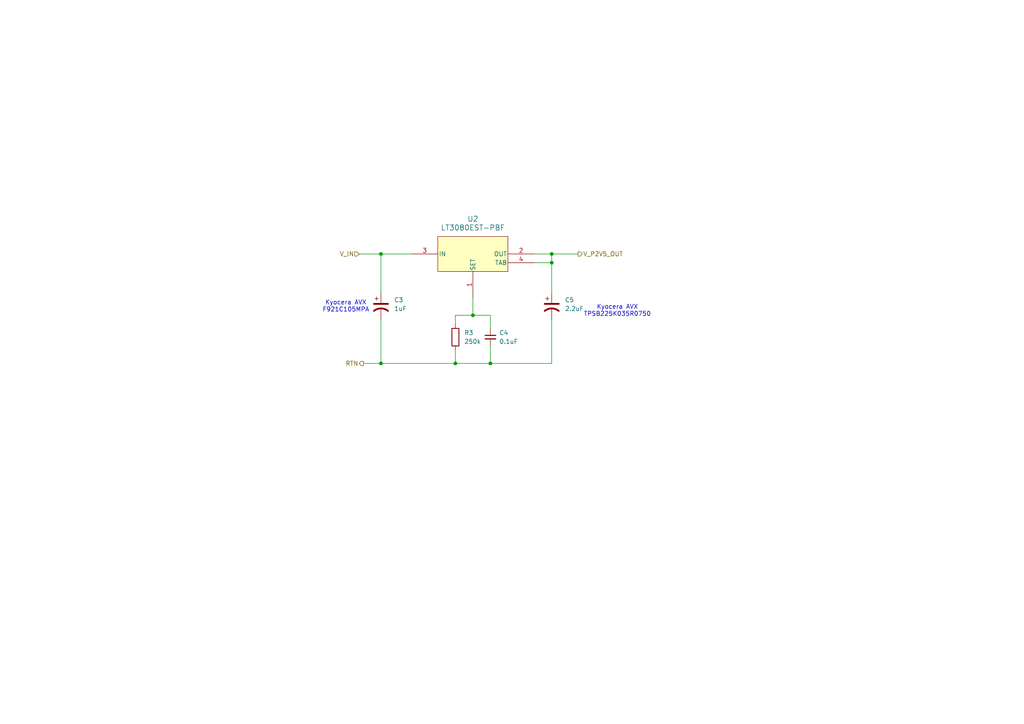
<source format=kicad_sch>
(kicad_sch
	(version 20250114)
	(generator "eeschema")
	(generator_version "9.0")
	(uuid "da2615fa-ae6e-4005-95ee-b3152ec58cb9")
	(paper "A4")
	(lib_symbols
		(symbol "Analog_Dev:LT3080EST-PBF"
			(pin_names
				(offset 0.254)
			)
			(exclude_from_sim no)
			(in_bom yes)
			(on_board yes)
			(property "Reference" "U"
				(at 10.16 16.51 0)
				(effects
					(font
						(size 1.524 1.524)
					)
				)
			)
			(property "Value" "LT3080EST-PBF"
				(at 10.16 13.97 0)
				(effects
					(font
						(size 1.524 1.524)
					)
				)
			)
			(property "Footprint" "SOT-3_ST_LIT"
				(at -14.224 13.208 0)
				(effects
					(font
						(size 1.27 1.27)
						(italic yes)
					)
					(hide yes)
				)
			)
			(property "Datasheet" "https://www.analog.com/media/en/technical-documentation/data-sheets/lt3080.pdf"
				(at -10.922 19.558 0)
				(effects
					(font
						(size 1.27 1.27)
						(italic yes)
					)
					(hide yes)
				)
			)
			(property "Description" "IC REG LIN POS ADJ 1.1A SOT223-3"
				(at -17.78 6.35 0)
				(effects
					(font
						(size 1.27 1.27)
					)
					(hide yes)
				)
			)
			(property "Manufacturer" "Analog Devices Inc."
				(at 0 0 0)
				(effects
					(font
						(size 1.27 1.27)
					)
					(hide yes)
				)
			)
			(property "Man. Part Num" "LT3080EST#PBF"
				(at 0 0 0)
				(effects
					(font
						(size 1.27 1.27)
					)
					(hide yes)
				)
			)
			(property "Distributor" "Digi-Key"
				(at 0 0 0)
				(effects
					(font
						(size 1.27 1.27)
					)
					(hide yes)
				)
			)
			(property "Dist. Part Num" "505-LT3080EST#PBF-ND"
				(at 0 0 0)
				(effects
					(font
						(size 1.27 1.27)
					)
					(hide yes)
				)
			)
			(property "Part Type" "SMD"
				(at 0 0 0)
				(effects
					(font
						(size 1.27 1.27)
					)
					(hide yes)
				)
			)
			(property "Package" "SOT223-3"
				(at 0 0 0)
				(effects
					(font
						(size 1.27 1.27)
					)
					(hide yes)
				)
			)
			(property "Notes" ""
				(at 0 0 0)
				(effects
					(font
						(size 1.27 1.27)
					)
					(hide yes)
				)
			)
			(property "ki_keywords" "LT3080EST#PBF"
				(at 0 0 0)
				(effects
					(font
						(size 1.27 1.27)
					)
					(hide yes)
				)
			)
			(property "ki_fp_filters" "SOT-3_ST_LIT SOT-3_ST_LIT-M SOT-3_ST_LIT-L"
				(at 0 0 0)
				(effects
					(font
						(size 1.27 1.27)
					)
					(hide yes)
				)
			)
			(symbol "LT3080EST-PBF_0_1"
				(pin power_in line
					(at -7.62 5.08 0)
					(length 7.62)
					(name "IN"
						(effects
							(font
								(size 1.27 1.27)
							)
						)
					)
					(number "3"
						(effects
							(font
								(size 1.27 1.27)
							)
						)
					)
				)
				(pin input line
					(at 10.16 -7.62 90)
					(length 7.62)
					(name "SET"
						(effects
							(font
								(size 1.27 1.27)
							)
						)
					)
					(number "1"
						(effects
							(font
								(size 1.27 1.27)
							)
						)
					)
				)
				(pin output line
					(at 27.94 5.08 180)
					(length 7.62)
					(name "OUT"
						(effects
							(font
								(size 1.27 1.27)
							)
						)
					)
					(number "2"
						(effects
							(font
								(size 1.27 1.27)
							)
						)
					)
				)
			)
			(symbol "LT3080EST-PBF_1_1"
				(rectangle
					(start 0 10.16)
					(end 20.32 0)
					(stroke
						(width 0)
						(type default)
					)
					(fill
						(type background)
					)
				)
				(pin output line
					(at 27.94 2.54 180)
					(length 7.62)
					(name "TAB"
						(effects
							(font
								(size 1.27 1.27)
							)
						)
					)
					(number "4"
						(effects
							(font
								(size 1.27 1.27)
							)
						)
					)
				)
			)
			(embedded_fonts no)
		)
		(symbol "Device:C_Polarized_US"
			(pin_numbers
				(hide yes)
			)
			(pin_names
				(offset 0.254)
				(hide yes)
			)
			(exclude_from_sim no)
			(in_bom yes)
			(on_board yes)
			(property "Reference" "C"
				(at 0.635 2.54 0)
				(effects
					(font
						(size 1.27 1.27)
					)
					(justify left)
				)
			)
			(property "Value" "C_Polarized_US"
				(at 0.635 -2.54 0)
				(effects
					(font
						(size 1.27 1.27)
					)
					(justify left)
				)
			)
			(property "Footprint" ""
				(at 0 0 0)
				(effects
					(font
						(size 1.27 1.27)
					)
					(hide yes)
				)
			)
			(property "Datasheet" "~"
				(at 0 0 0)
				(effects
					(font
						(size 1.27 1.27)
					)
					(hide yes)
				)
			)
			(property "Description" "Polarized capacitor, US symbol"
				(at 0 0 0)
				(effects
					(font
						(size 1.27 1.27)
					)
					(hide yes)
				)
			)
			(property "ki_keywords" "cap capacitor"
				(at 0 0 0)
				(effects
					(font
						(size 1.27 1.27)
					)
					(hide yes)
				)
			)
			(property "ki_fp_filters" "CP_*"
				(at 0 0 0)
				(effects
					(font
						(size 1.27 1.27)
					)
					(hide yes)
				)
			)
			(symbol "C_Polarized_US_0_1"
				(polyline
					(pts
						(xy -2.032 0.762) (xy 2.032 0.762)
					)
					(stroke
						(width 0.508)
						(type default)
					)
					(fill
						(type none)
					)
				)
				(polyline
					(pts
						(xy -1.778 2.286) (xy -0.762 2.286)
					)
					(stroke
						(width 0)
						(type default)
					)
					(fill
						(type none)
					)
				)
				(polyline
					(pts
						(xy -1.27 1.778) (xy -1.27 2.794)
					)
					(stroke
						(width 0)
						(type default)
					)
					(fill
						(type none)
					)
				)
				(arc
					(start -2.032 -1.27)
					(mid 0 -0.5572)
					(end 2.032 -1.27)
					(stroke
						(width 0.508)
						(type default)
					)
					(fill
						(type none)
					)
				)
			)
			(symbol "C_Polarized_US_1_1"
				(pin passive line
					(at 0 3.81 270)
					(length 2.794)
					(name "~"
						(effects
							(font
								(size 1.27 1.27)
							)
						)
					)
					(number "1"
						(effects
							(font
								(size 1.27 1.27)
							)
						)
					)
				)
				(pin passive line
					(at 0 -3.81 90)
					(length 3.302)
					(name "~"
						(effects
							(font
								(size 1.27 1.27)
							)
						)
					)
					(number "2"
						(effects
							(font
								(size 1.27 1.27)
							)
						)
					)
				)
			)
			(embedded_fonts no)
		)
		(symbol "Device:C_Small"
			(pin_numbers
				(hide yes)
			)
			(pin_names
				(offset 0.254)
				(hide yes)
			)
			(exclude_from_sim no)
			(in_bom yes)
			(on_board yes)
			(property "Reference" "C"
				(at 0.254 1.778 0)
				(effects
					(font
						(size 1.27 1.27)
					)
					(justify left)
				)
			)
			(property "Value" "C_Small"
				(at 0.254 -2.032 0)
				(effects
					(font
						(size 1.27 1.27)
					)
					(justify left)
				)
			)
			(property "Footprint" ""
				(at 0 0 0)
				(effects
					(font
						(size 1.27 1.27)
					)
					(hide yes)
				)
			)
			(property "Datasheet" "~"
				(at 0 0 0)
				(effects
					(font
						(size 1.27 1.27)
					)
					(hide yes)
				)
			)
			(property "Description" "Unpolarized capacitor, small symbol"
				(at 0 0 0)
				(effects
					(font
						(size 1.27 1.27)
					)
					(hide yes)
				)
			)
			(property "ki_keywords" "capacitor cap"
				(at 0 0 0)
				(effects
					(font
						(size 1.27 1.27)
					)
					(hide yes)
				)
			)
			(property "ki_fp_filters" "C_*"
				(at 0 0 0)
				(effects
					(font
						(size 1.27 1.27)
					)
					(hide yes)
				)
			)
			(symbol "C_Small_0_1"
				(polyline
					(pts
						(xy -1.524 0.508) (xy 1.524 0.508)
					)
					(stroke
						(width 0.3048)
						(type default)
					)
					(fill
						(type none)
					)
				)
				(polyline
					(pts
						(xy -1.524 -0.508) (xy 1.524 -0.508)
					)
					(stroke
						(width 0.3302)
						(type default)
					)
					(fill
						(type none)
					)
				)
			)
			(symbol "C_Small_1_1"
				(pin passive line
					(at 0 2.54 270)
					(length 2.032)
					(name "~"
						(effects
							(font
								(size 1.27 1.27)
							)
						)
					)
					(number "1"
						(effects
							(font
								(size 1.27 1.27)
							)
						)
					)
				)
				(pin passive line
					(at 0 -2.54 90)
					(length 2.032)
					(name "~"
						(effects
							(font
								(size 1.27 1.27)
							)
						)
					)
					(number "2"
						(effects
							(font
								(size 1.27 1.27)
							)
						)
					)
				)
			)
			(embedded_fonts no)
		)
		(symbol "Device:R"
			(pin_numbers
				(hide yes)
			)
			(pin_names
				(offset 0)
			)
			(exclude_from_sim no)
			(in_bom yes)
			(on_board yes)
			(property "Reference" "R"
				(at 2.032 0 90)
				(effects
					(font
						(size 1.27 1.27)
					)
				)
			)
			(property "Value" "R"
				(at 0 0 90)
				(effects
					(font
						(size 1.27 1.27)
					)
				)
			)
			(property "Footprint" ""
				(at -1.778 0 90)
				(effects
					(font
						(size 1.27 1.27)
					)
					(hide yes)
				)
			)
			(property "Datasheet" "~"
				(at 0 0 0)
				(effects
					(font
						(size 1.27 1.27)
					)
					(hide yes)
				)
			)
			(property "Description" "Resistor"
				(at 0 0 0)
				(effects
					(font
						(size 1.27 1.27)
					)
					(hide yes)
				)
			)
			(property "ki_keywords" "R res resistor"
				(at 0 0 0)
				(effects
					(font
						(size 1.27 1.27)
					)
					(hide yes)
				)
			)
			(property "ki_fp_filters" "R_*"
				(at 0 0 0)
				(effects
					(font
						(size 1.27 1.27)
					)
					(hide yes)
				)
			)
			(symbol "R_0_1"
				(rectangle
					(start -1.016 -2.54)
					(end 1.016 2.54)
					(stroke
						(width 0.254)
						(type default)
					)
					(fill
						(type none)
					)
				)
			)
			(symbol "R_1_1"
				(pin passive line
					(at 0 3.81 270)
					(length 1.27)
					(name "~"
						(effects
							(font
								(size 1.27 1.27)
							)
						)
					)
					(number "1"
						(effects
							(font
								(size 1.27 1.27)
							)
						)
					)
				)
				(pin passive line
					(at 0 -3.81 90)
					(length 1.27)
					(name "~"
						(effects
							(font
								(size 1.27 1.27)
							)
						)
					)
					(number "2"
						(effects
							(font
								(size 1.27 1.27)
							)
						)
					)
				)
			)
			(embedded_fonts no)
		)
	)
	(text "Kyocera AVX\nF921C105MPA"
		(exclude_from_sim no)
		(at 100.33 88.9 0)
		(effects
			(font
				(size 1.27 1.27)
			)
		)
		(uuid "6368a772-bf2c-4d03-8045-5a45ff56ac85")
	)
	(text "Kyocera AVX\nTPSB225K035R0750"
		(exclude_from_sim no)
		(at 179.07 90.17 0)
		(effects
			(font
				(size 1.27 1.27)
			)
		)
		(uuid "7608ab2f-f617-47f5-80d2-86c4ac8ea685")
	)
	(junction
		(at 137.16 91.44)
		(diameter 0)
		(color 0 0 0 0)
		(uuid "2ef1a038-a275-4fa7-82ba-b3d95c3c908b")
	)
	(junction
		(at 110.49 73.66)
		(diameter 0)
		(color 0 0 0 0)
		(uuid "5add1c60-2717-4abb-bbbe-a6075c8303d2")
	)
	(junction
		(at 160.02 76.2)
		(diameter 0)
		(color 0 0 0 0)
		(uuid "640cd3d9-2402-4afb-8ee9-33a156c64c07")
	)
	(junction
		(at 132.08 105.41)
		(diameter 0)
		(color 0 0 0 0)
		(uuid "794fa28b-2153-4cf6-b585-b58913a43a07")
	)
	(junction
		(at 142.24 105.41)
		(diameter 0)
		(color 0 0 0 0)
		(uuid "9534da3d-9a29-4412-b70d-da00b09e333a")
	)
	(junction
		(at 110.49 105.41)
		(diameter 0)
		(color 0 0 0 0)
		(uuid "bc7b4689-c38e-48c9-b22d-59cce5990fad")
	)
	(junction
		(at 160.02 73.66)
		(diameter 0)
		(color 0 0 0 0)
		(uuid "da8946e4-cc7f-4e93-8e9e-126ddd7ef7ff")
	)
	(wire
		(pts
			(xy 137.16 86.36) (xy 137.16 91.44)
		)
		(stroke
			(width 0)
			(type default)
		)
		(uuid "0738cef4-9a27-47bc-a051-249134f75fb9")
	)
	(wire
		(pts
			(xy 104.14 73.66) (xy 110.49 73.66)
		)
		(stroke
			(width 0)
			(type default)
		)
		(uuid "0e910796-b001-4dbb-8687-236a1b024a6a")
	)
	(wire
		(pts
			(xy 137.16 91.44) (xy 132.08 91.44)
		)
		(stroke
			(width 0)
			(type default)
		)
		(uuid "1a7abacc-1ce9-43ce-9eab-e7135955f0aa")
	)
	(wire
		(pts
			(xy 110.49 85.09) (xy 110.49 73.66)
		)
		(stroke
			(width 0)
			(type default)
		)
		(uuid "1c9c963e-04b2-42bd-87e8-34d2fced1fce")
	)
	(wire
		(pts
			(xy 160.02 73.66) (xy 154.94 73.66)
		)
		(stroke
			(width 0)
			(type default)
		)
		(uuid "2074b11d-5b2f-4909-b26e-874f141e178e")
	)
	(wire
		(pts
			(xy 132.08 91.44) (xy 132.08 93.98)
		)
		(stroke
			(width 0)
			(type default)
		)
		(uuid "25ee03cb-cfcd-4c34-b055-a108a2dafc80")
	)
	(wire
		(pts
			(xy 154.94 76.2) (xy 160.02 76.2)
		)
		(stroke
			(width 0)
			(type default)
		)
		(uuid "31e7580a-1550-490e-8c48-9544ce961807")
	)
	(wire
		(pts
			(xy 110.49 105.41) (xy 132.08 105.41)
		)
		(stroke
			(width 0)
			(type default)
		)
		(uuid "3f6b3a2e-4d33-43eb-b4d5-7e9bb252eff3")
	)
	(wire
		(pts
			(xy 160.02 92.71) (xy 160.02 105.41)
		)
		(stroke
			(width 0)
			(type default)
		)
		(uuid "4461fb9a-9d12-48e8-bd88-92cb68d28be2")
	)
	(wire
		(pts
			(xy 142.24 95.25) (xy 142.24 91.44)
		)
		(stroke
			(width 0)
			(type default)
		)
		(uuid "4a2de448-b763-44c0-ad9a-23c55367083b")
	)
	(wire
		(pts
			(xy 110.49 105.41) (xy 110.49 92.71)
		)
		(stroke
			(width 0)
			(type default)
		)
		(uuid "56cc5dcc-3381-47aa-958b-ea1e1ca1c5c4")
	)
	(wire
		(pts
			(xy 110.49 73.66) (xy 119.38 73.66)
		)
		(stroke
			(width 0)
			(type default)
		)
		(uuid "6bd9f7f3-fcf4-4449-a71b-86c062b6e209")
	)
	(wire
		(pts
			(xy 142.24 105.41) (xy 142.24 100.33)
		)
		(stroke
			(width 0)
			(type default)
		)
		(uuid "707deef0-575b-4b4d-a03a-90db2c17c6b8")
	)
	(wire
		(pts
			(xy 132.08 101.6) (xy 132.08 105.41)
		)
		(stroke
			(width 0)
			(type default)
		)
		(uuid "89fc1443-23a4-41fa-ba80-0e32ac448e78")
	)
	(wire
		(pts
			(xy 105.41 105.41) (xy 110.49 105.41)
		)
		(stroke
			(width 0)
			(type default)
		)
		(uuid "b78f3d99-48dd-4623-a763-92a2948a2b2a")
	)
	(wire
		(pts
			(xy 160.02 85.09) (xy 160.02 76.2)
		)
		(stroke
			(width 0)
			(type default)
		)
		(uuid "bf2e2d8e-1e95-4fdd-af84-e9d3cc28d284")
	)
	(wire
		(pts
			(xy 142.24 91.44) (xy 137.16 91.44)
		)
		(stroke
			(width 0)
			(type default)
		)
		(uuid "cac4106b-4499-44b2-bbfa-d61406ed73b5")
	)
	(wire
		(pts
			(xy 132.08 105.41) (xy 142.24 105.41)
		)
		(stroke
			(width 0)
			(type default)
		)
		(uuid "ceed0b55-16a5-4957-8230-09e11c433c6e")
	)
	(wire
		(pts
			(xy 160.02 76.2) (xy 160.02 73.66)
		)
		(stroke
			(width 0)
			(type default)
		)
		(uuid "d624f13b-6a52-43c7-b18f-70bbbb5eda7a")
	)
	(wire
		(pts
			(xy 160.02 105.41) (xy 142.24 105.41)
		)
		(stroke
			(width 0)
			(type default)
		)
		(uuid "d774d5b6-bd5b-466f-8e1b-3320fd0a519b")
	)
	(wire
		(pts
			(xy 160.02 73.66) (xy 167.64 73.66)
		)
		(stroke
			(width 0)
			(type default)
		)
		(uuid "deb05967-0bdd-4bbe-957c-0d7eb70be62d")
	)
	(hierarchical_label "RTN"
		(shape output)
		(at 105.41 105.41 180)
		(effects
			(font
				(size 1.27 1.27)
			)
			(justify right)
		)
		(uuid "661ae511-0452-4a19-846a-f456d2656f22")
	)
	(hierarchical_label "V_P2V5_OUT"
		(shape output)
		(at 167.64 73.66 0)
		(effects
			(font
				(size 1.27 1.27)
			)
			(justify left)
		)
		(uuid "74a2e8d8-032e-4f03-ab88-f86cb6264105")
	)
	(hierarchical_label "V_IN"
		(shape input)
		(at 104.14 73.66 180)
		(effects
			(font
				(size 1.27 1.27)
			)
			(justify right)
		)
		(uuid "c2a2f9af-abc5-4355-aa7e-d04e84706cd1")
	)
	(symbol
		(lib_id "Device:C_Small")
		(at 142.24 97.79 0)
		(unit 1)
		(exclude_from_sim no)
		(in_bom yes)
		(on_board yes)
		(dnp no)
		(fields_autoplaced yes)
		(uuid "06b8c06c-7dcf-46a9-a911-831636fffe7e")
		(property "Reference" "C4"
			(at 144.78 96.5262 0)
			(effects
				(font
					(size 1.27 1.27)
				)
				(justify left)
			)
		)
		(property "Value" "0.1uF"
			(at 144.78 99.0662 0)
			(effects
				(font
					(size 1.27 1.27)
				)
				(justify left)
			)
		)
		(property "Footprint" "Capacitor_SMD:C_0603_1608Metric"
			(at 142.24 97.79 0)
			(effects
				(font
					(size 1.27 1.27)
				)
				(hide yes)
			)
		)
		(property "Datasheet" "https://www.yageo.com/en/Chart/Download/pdf/CC0603KRX7R7BB104"
			(at 142.24 97.79 0)
			(effects
				(font
					(size 1.27 1.27)
				)
				(hide yes)
			)
		)
		(property "Description" "0.1 µF ±10% 16V Ceramic Capacitor X7R 0603 (1608 Metric)"
			(at 142.24 97.79 0)
			(effects
				(font
					(size 1.27 1.27)
				)
				(hide yes)
			)
		)
		(property "Dist. Part Num" "311-1088-1-ND"
			(at 142.24 97.79 0)
			(effects
				(font
					(size 1.27 1.27)
				)
				(hide yes)
			)
		)
		(property "Distributor" "Digi-Key"
			(at 142.24 97.79 0)
			(effects
				(font
					(size 1.27 1.27)
				)
				(hide yes)
			)
		)
		(property "Man. Part Num" "CC0603KRX7R7BB104"
			(at 142.24 97.79 0)
			(effects
				(font
					(size 1.27 1.27)
				)
				(hide yes)
			)
		)
		(property "Manufacturer" "YAGEO"
			(at 142.24 97.79 0)
			(effects
				(font
					(size 1.27 1.27)
				)
				(hide yes)
			)
		)
		(property "Package" "0603 (1608 Metric)"
			(at 142.24 97.79 0)
			(effects
				(font
					(size 1.27 1.27)
				)
				(hide yes)
			)
		)
		(property "Part Type" "SMD"
			(at 142.24 97.79 0)
			(effects
				(font
					(size 1.27 1.27)
				)
				(hide yes)
			)
		)
		(pin "1"
			(uuid "425e2f29-33e6-4242-98d6-0583fd5e6878")
		)
		(pin "2"
			(uuid "cffd1ca8-49f3-4edc-bfce-c135ad64f6e6")
		)
		(instances
			(project "TPC_Warm_PDU"
				(path "/82db3d13-eee7-4cef-9304-5eb9febba289/08b7f556-8436-464d-a02b-57cafe49e6d3/48c6be20-6140-4873-bf42-8c16cbe67f69"
					(reference "C4")
					(unit 1)
				)
			)
		)
	)
	(symbol
		(lib_id "Device:R")
		(at 132.08 97.79 0)
		(unit 1)
		(exclude_from_sim no)
		(in_bom yes)
		(on_board yes)
		(dnp no)
		(fields_autoplaced yes)
		(uuid "117ed0af-6956-4952-a0c8-95adf2b9ffd3")
		(property "Reference" "R3"
			(at 134.62 96.5199 0)
			(effects
				(font
					(size 1.27 1.27)
				)
				(justify left)
			)
		)
		(property "Value" "250k"
			(at 134.62 99.0599 0)
			(effects
				(font
					(size 1.27 1.27)
				)
				(justify left)
			)
		)
		(property "Footprint" "Resistor_SMD:R_0603_1608Metric"
			(at 130.302 97.79 90)
			(effects
				(font
					(size 1.27 1.27)
				)
				(hide yes)
			)
		)
		(property "Datasheet" "https://www.vishay.com/docs/53017/p.pdf"
			(at 132.08 97.79 0)
			(effects
				(font
					(size 1.27 1.27)
				)
				(hide yes)
			)
		)
		(property "Description" "250 kOhms ±0.1% 0.125W, 1/8W Chip Resistor 0603 (1608 Metric) Anti-Sulfur, Automotive AEC-Q200, Moisture Resistant, Pulse Withstanding Thin Film"
			(at 132.08 97.79 0)
			(effects
				(font
					(size 1.27 1.27)
				)
				(hide yes)
			)
		)
		(property "Dist. Part Num" "716-P0603H2503BNTCT-ND"
			(at 132.08 97.79 0)
			(effects
				(font
					(size 1.27 1.27)
				)
				(hide yes)
			)
		)
		(property "Distributor" "Digi-Key"
			(at 132.08 97.79 0)
			(effects
				(font
					(size 1.27 1.27)
				)
				(hide yes)
			)
		)
		(property "Man. Part Num" "P0603H2503BNT"
			(at 132.08 97.79 0)
			(effects
				(font
					(size 1.27 1.27)
				)
				(hide yes)
			)
		)
		(property "Manufacturer" "Vishay Sfernice"
			(at 132.08 97.79 0)
			(effects
				(font
					(size 1.27 1.27)
				)
				(hide yes)
			)
		)
		(property "Package" "0603 (1608 Metric)"
			(at 132.08 97.79 0)
			(effects
				(font
					(size 1.27 1.27)
				)
				(hide yes)
			)
		)
		(property "Part Type" "SMD"
			(at 132.08 97.79 0)
			(effects
				(font
					(size 1.27 1.27)
				)
				(hide yes)
			)
		)
		(pin "1"
			(uuid "316fd8fe-5e08-4de0-990f-f54ae2dec0cd")
		)
		(pin "2"
			(uuid "74f12628-1845-42e1-8be6-ee7dc7087a02")
		)
		(instances
			(project "TPC_Warm_PDU"
				(path "/82db3d13-eee7-4cef-9304-5eb9febba289/08b7f556-8436-464d-a02b-57cafe49e6d3/48c6be20-6140-4873-bf42-8c16cbe67f69"
					(reference "R3")
					(unit 1)
				)
			)
		)
	)
	(symbol
		(lib_id "Device:C_Polarized_US")
		(at 110.49 88.9 0)
		(unit 1)
		(exclude_from_sim no)
		(in_bom yes)
		(on_board yes)
		(dnp no)
		(fields_autoplaced yes)
		(uuid "16da2541-45ee-45ca-9fcd-5f8dd3e34ae2")
		(property "Reference" "C3"
			(at 114.3 86.9949 0)
			(effects
				(font
					(size 1.27 1.27)
				)
				(justify left)
			)
		)
		(property "Value" "1uF"
			(at 114.3 89.5349 0)
			(effects
				(font
					(size 1.27 1.27)
				)
				(justify left)
			)
		)
		(property "Footprint" "Capacitor_Tantalum_SMD:CP_EIA-2012-12_Kemet-R"
			(at 110.49 88.9 0)
			(effects
				(font
					(size 1.27 1.27)
				)
				(hide yes)
			)
		)
		(property "Datasheet" "https://datasheets.kyocera-avx.com/F92.pdf"
			(at 110.49 88.9 0)
			(effects
				(font
					(size 1.27 1.27)
				)
				(hide yes)
			)
		)
		(property "Description" "1 µF Molded Tantalum Capacitors 16 V 0805 (2012 Metric) 12Ohm"
			(at 110.49 88.9 0)
			(effects
				(font
					(size 1.27 1.27)
				)
				(hide yes)
			)
		)
		(property "Dist. Part Num" "478-8126-1-ND"
			(at 110.49 88.9 0)
			(effects
				(font
					(size 1.27 1.27)
				)
				(hide yes)
			)
		)
		(property "Distributor" "Digi-Key"
			(at 110.49 88.9 0)
			(effects
				(font
					(size 1.27 1.27)
				)
				(hide yes)
			)
		)
		(property "Man. Part Num" "F921C105MPA"
			(at 110.49 88.9 0)
			(effects
				(font
					(size 1.27 1.27)
				)
				(hide yes)
			)
		)
		(property "Manufacturer" "KYOCERA AVX"
			(at 110.49 88.9 0)
			(effects
				(font
					(size 1.27 1.27)
				)
				(hide yes)
			)
		)
		(property "Package" "0805 (2012 Metric)"
			(at 110.49 88.9 0)
			(effects
				(font
					(size 1.27 1.27)
				)
				(hide yes)
			)
		)
		(property "Part Type" "SMD"
			(at 110.49 88.9 0)
			(effects
				(font
					(size 1.27 1.27)
				)
				(hide yes)
			)
		)
		(pin "1"
			(uuid "f3d56dcf-4593-429a-b8a6-2d2e76410410")
		)
		(pin "2"
			(uuid "2b008a6e-2ab0-425c-8062-b289c2bc657c")
		)
		(instances
			(project "TPC_Warm_PDU"
				(path "/82db3d13-eee7-4cef-9304-5eb9febba289/08b7f556-8436-464d-a02b-57cafe49e6d3/48c6be20-6140-4873-bf42-8c16cbe67f69"
					(reference "C3")
					(unit 1)
				)
			)
		)
	)
	(symbol
		(lib_id "Analog_Dev:LT3080EST-PBF")
		(at 127 78.74 0)
		(unit 1)
		(exclude_from_sim no)
		(in_bom yes)
		(on_board yes)
		(dnp no)
		(fields_autoplaced yes)
		(uuid "2cdf924b-dd63-460f-999e-85437ae2fe9a")
		(property "Reference" "U2"
			(at 137.16 63.5 0)
			(effects
				(font
					(size 1.524 1.524)
				)
			)
		)
		(property "Value" "LT3080EST-PBF"
			(at 137.16 66.04 0)
			(effects
				(font
					(size 1.524 1.524)
				)
			)
		)
		(property "Footprint" "Analog_Devices:SOT-3_ST_LIT"
			(at 112.776 65.532 0)
			(effects
				(font
					(size 1.27 1.27)
					(italic yes)
				)
				(hide yes)
			)
		)
		(property "Datasheet" "https://www.analog.com/media/en/technical-documentation/data-sheets/lt3080.pdf"
			(at 116.078 59.182 0)
			(effects
				(font
					(size 1.27 1.27)
					(italic yes)
				)
				(hide yes)
			)
		)
		(property "Description" "IC REG LIN POS ADJ 1.1A SOT223-3"
			(at 109.22 72.39 0)
			(effects
				(font
					(size 1.27 1.27)
				)
				(hide yes)
			)
		)
		(property "Manufacturer" "Analog Devices Inc."
			(at 127 78.74 0)
			(effects
				(font
					(size 1.27 1.27)
				)
				(hide yes)
			)
		)
		(property "Man. Part Num" "LT3080EST#PBF"
			(at 127 78.74 0)
			(effects
				(font
					(size 1.27 1.27)
				)
				(hide yes)
			)
		)
		(property "Distributor" "Digi-Key"
			(at 127 78.74 0)
			(effects
				(font
					(size 1.27 1.27)
				)
				(hide yes)
			)
		)
		(property "Dist. Part Num" "505-LT3080EST#PBF-ND"
			(at 127 78.74 0)
			(effects
				(font
					(size 1.27 1.27)
				)
				(hide yes)
			)
		)
		(property "Part Type" "SMD"
			(at 127 78.74 0)
			(effects
				(font
					(size 1.27 1.27)
				)
				(hide yes)
			)
		)
		(property "Package" "SOT223-3"
			(at 127 78.74 0)
			(effects
				(font
					(size 1.27 1.27)
				)
				(hide yes)
			)
		)
		(property "Notes" ""
			(at 127 78.74 0)
			(effects
				(font
					(size 1.27 1.27)
				)
				(hide yes)
			)
		)
		(pin "2"
			(uuid "b90641fd-78a8-4aa6-a4b5-13e37ba6791c")
		)
		(pin "4"
			(uuid "91b8216f-455b-4977-892a-3eea0a2240a8")
		)
		(pin "3"
			(uuid "91157a76-07d9-4e1a-ad1f-38790ba3e306")
		)
		(pin "1"
			(uuid "2a67a3ca-9ba2-4a9e-ba66-bbef0fd348c7")
		)
		(instances
			(project "TPC_Warm_PDU"
				(path "/82db3d13-eee7-4cef-9304-5eb9febba289/08b7f556-8436-464d-a02b-57cafe49e6d3/48c6be20-6140-4873-bf42-8c16cbe67f69"
					(reference "U2")
					(unit 1)
				)
			)
		)
	)
	(symbol
		(lib_id "Device:C_Polarized_US")
		(at 160.02 88.9 0)
		(unit 1)
		(exclude_from_sim no)
		(in_bom yes)
		(on_board yes)
		(dnp no)
		(fields_autoplaced yes)
		(uuid "fbb64a3e-4ffd-4768-94ec-a03cf7f230d0")
		(property "Reference" "C5"
			(at 163.83 86.9949 0)
			(effects
				(font
					(size 1.27 1.27)
				)
				(justify left)
			)
		)
		(property "Value" "2.2uF"
			(at 163.83 89.5349 0)
			(effects
				(font
					(size 1.27 1.27)
				)
				(justify left)
			)
		)
		(property "Footprint" "Capacitor_Tantalum_SMD:CP_EIA-3216-18_Kemet-A"
			(at 160.02 88.9 0)
			(effects
				(font
					(size 1.27 1.27)
				)
				(hide yes)
			)
		)
		(property "Datasheet" "https://datasheets.kyocera-avx.com/TAJ.pdf"
			(at 160.02 88.9 0)
			(effects
				(font
					(size 1.27 1.27)
				)
				(hide yes)
			)
		)
		(property "Description" "2.2 µF Molded Tantalum Capacitors 35 V 1206 (3216 Metric) 4.5Ohm"
			(at 160.02 88.9 0)
			(effects
				(font
					(size 1.27 1.27)
				)
				(hide yes)
			)
		)
		(property "Dist. Part Num" "478-3073-1-ND"
			(at 160.02 88.9 0)
			(effects
				(font
					(size 1.27 1.27)
				)
				(hide yes)
			)
		)
		(property "Distributor" "Digi-Key"
			(at 160.02 88.9 0)
			(effects
				(font
					(size 1.27 1.27)
				)
				(hide yes)
			)
		)
		(property "Man. Part Num" "TAJA225K035RNJ"
			(at 160.02 88.9 0)
			(effects
				(font
					(size 1.27 1.27)
				)
				(hide yes)
			)
		)
		(property "Manufacturer" "KYOCERA AVX"
			(at 160.02 88.9 0)
			(effects
				(font
					(size 1.27 1.27)
				)
				(hide yes)
			)
		)
		(property "Package" "1206 (3216 Metric)"
			(at 160.02 88.9 0)
			(effects
				(font
					(size 1.27 1.27)
				)
				(hide yes)
			)
		)
		(property "Part Type" "SMD"
			(at 160.02 88.9 0)
			(effects
				(font
					(size 1.27 1.27)
				)
				(hide yes)
			)
		)
		(pin "1"
			(uuid "cb9480ce-84c8-4d8e-aca7-4f74c128bca1")
		)
		(pin "2"
			(uuid "6e896b42-ad84-4d0c-8a9a-c9386961e70b")
		)
		(instances
			(project "TPC_Warm_PDU"
				(path "/82db3d13-eee7-4cef-9304-5eb9febba289/08b7f556-8436-464d-a02b-57cafe49e6d3/48c6be20-6140-4873-bf42-8c16cbe67f69"
					(reference "C5")
					(unit 1)
				)
			)
		)
	)
)

</source>
